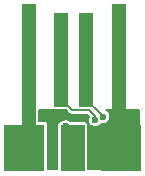
<source format=gtl>
G04 #@! TF.GenerationSoftware,KiCad,Pcbnew,5.1.4+dfsg1-1*
G04 #@! TF.CreationDate,2019-11-18T14:26:36+01:00*
G04 #@! TF.ProjectId,USB-LED-Otter,5553422d-4c45-4442-9d4f-747465722e6b,rev?*
G04 #@! TF.SameCoordinates,Original*
G04 #@! TF.FileFunction,Copper,L1,Top*
G04 #@! TF.FilePolarity,Positive*
%FSLAX46Y46*%
G04 Gerber Fmt 4.6, Leading zero omitted, Abs format (unit mm)*
G04 Created by KiCad (PCBNEW 5.1.4+dfsg1-1) date 2019-11-18 14:26:36*
%MOMM*%
%LPD*%
G04 APERTURE LIST*
%ADD10R,3.500000X4.000000*%
%ADD11R,2.000000X4.000000*%
%ADD12R,1.270000X8.000000*%
%ADD13R,1.270000X8.700000*%
%ADD14C,0.600000*%
%ADD15C,0.800000*%
%ADD16C,1.200000*%
%ADD17C,0.200000*%
G04 APERTURE END LIST*
D10*
X51900000Y-62800000D03*
X60100000Y-62800000D03*
D11*
X56000000Y-62800000D03*
D12*
X57167000Y-55300000D03*
X55033000Y-55300000D03*
D13*
X59950000Y-54950000D03*
X52290000Y-54950000D03*
D14*
X58530000Y-62720000D03*
X54225000Y-63700000D03*
X54250000Y-63050000D03*
D15*
X59975000Y-51300000D03*
D14*
X59090000Y-62610000D03*
X54145000Y-60130000D03*
X60210000Y-59100000D03*
X52825000Y-62700000D03*
X52125000Y-62500000D03*
X52375000Y-61750000D03*
X51525000Y-62025000D03*
X57900000Y-60429999D03*
X58603937Y-60140049D03*
X56525000Y-63575000D03*
X56525000Y-64300000D03*
X55750000Y-64325000D03*
X55441490Y-60963088D03*
D16*
X59950000Y-62650000D02*
X60100000Y-62800000D01*
X59950000Y-54950000D02*
X59950000Y-62650000D01*
D17*
X60210000Y-55210000D02*
X60210000Y-59100000D01*
X59950000Y-54950000D02*
X60210000Y-55210000D01*
X56880000Y-60130000D02*
X54145000Y-60130000D01*
X57400000Y-61590000D02*
X57400000Y-60850000D01*
X57400000Y-60850000D02*
X57300000Y-60750000D01*
X57300000Y-60550000D02*
X56880000Y-60130000D01*
X58530000Y-62720000D02*
X57400000Y-61590000D01*
X57300000Y-60750000D02*
X57300000Y-60550000D01*
D16*
X52290000Y-54950000D02*
X52290000Y-61019999D01*
D17*
X57900000Y-60050000D02*
X57900000Y-60429999D01*
X57410000Y-59560000D02*
X57900000Y-60050000D01*
X55928000Y-59560000D02*
X57410000Y-59560000D01*
X55033000Y-55300000D02*
X55033000Y-58665000D01*
X55033000Y-58665000D02*
X55928000Y-59560000D01*
X57167000Y-58665000D02*
X57167000Y-58703112D01*
X57167000Y-58703112D02*
X58303938Y-59840050D01*
X58303938Y-59840050D02*
X58603937Y-60140049D01*
G36*
X54398000Y-59601451D02*
G01*
X55403765Y-59601451D01*
X55631267Y-59828953D01*
X55643789Y-59844211D01*
X55659047Y-59856733D01*
X55659049Y-59856735D01*
X55676552Y-59871099D01*
X55704697Y-59894197D01*
X55774186Y-59931340D01*
X55849586Y-59954212D01*
X55908353Y-59960000D01*
X55908363Y-59960000D01*
X55927999Y-59961934D01*
X55947635Y-59960000D01*
X57244315Y-59960000D01*
X57393049Y-60108734D01*
X57368287Y-60145792D01*
X57323058Y-60254985D01*
X57300000Y-60370904D01*
X57300000Y-60489094D01*
X57323058Y-60605013D01*
X57368287Y-60714206D01*
X57433950Y-60812477D01*
X57517522Y-60896049D01*
X57615793Y-60961712D01*
X57724986Y-61006941D01*
X57840905Y-61029999D01*
X57959095Y-61029999D01*
X58075014Y-61006941D01*
X58184207Y-60961712D01*
X58282478Y-60896049D01*
X58366050Y-60812477D01*
X58429743Y-60717154D01*
X58544842Y-60740049D01*
X58663032Y-60740049D01*
X58778951Y-60716991D01*
X58888144Y-60671762D01*
X58986415Y-60606099D01*
X59069987Y-60522527D01*
X59135650Y-60424256D01*
X59180879Y-60315063D01*
X59203937Y-60199144D01*
X59203937Y-60080954D01*
X59180879Y-59965035D01*
X59135650Y-59855842D01*
X59069987Y-59757571D01*
X58986415Y-59673999D01*
X58888144Y-59608336D01*
X58868019Y-59600000D01*
X61600000Y-59600000D01*
X61600000Y-64600000D01*
X57301451Y-64600000D01*
X57301451Y-60800000D01*
X57295659Y-60741190D01*
X57278504Y-60684640D01*
X57250647Y-60632523D01*
X57213158Y-60586842D01*
X57167477Y-60549353D01*
X57115360Y-60521496D01*
X57058810Y-60504341D01*
X57000000Y-60498549D01*
X55825479Y-60498549D01*
X55823968Y-60497038D01*
X55725697Y-60431375D01*
X55616504Y-60386146D01*
X55500585Y-60363088D01*
X55382395Y-60363088D01*
X55266476Y-60386146D01*
X55157283Y-60431375D01*
X55059012Y-60497038D01*
X55057501Y-60498549D01*
X55000000Y-60498549D01*
X54941190Y-60504341D01*
X54884640Y-60521496D01*
X54832523Y-60549353D01*
X54786842Y-60586842D01*
X54749353Y-60632523D01*
X54721496Y-60684640D01*
X54704341Y-60741190D01*
X54698549Y-60800000D01*
X54698549Y-64600000D01*
X53951451Y-64600000D01*
X53951451Y-60800000D01*
X53945659Y-60741190D01*
X53928504Y-60684640D01*
X53900647Y-60632523D01*
X53863158Y-60586842D01*
X53817477Y-60549353D01*
X53765360Y-60521496D01*
X53708810Y-60504341D01*
X53650000Y-60498549D01*
X53190000Y-60498549D01*
X53190000Y-59600000D01*
X54383267Y-59600000D01*
X54398000Y-59601451D01*
X54398000Y-59601451D01*
G37*
X54398000Y-59601451D02*
X55403765Y-59601451D01*
X55631267Y-59828953D01*
X55643789Y-59844211D01*
X55659047Y-59856733D01*
X55659049Y-59856735D01*
X55676552Y-59871099D01*
X55704697Y-59894197D01*
X55774186Y-59931340D01*
X55849586Y-59954212D01*
X55908353Y-59960000D01*
X55908363Y-59960000D01*
X55927999Y-59961934D01*
X55947635Y-59960000D01*
X57244315Y-59960000D01*
X57393049Y-60108734D01*
X57368287Y-60145792D01*
X57323058Y-60254985D01*
X57300000Y-60370904D01*
X57300000Y-60489094D01*
X57323058Y-60605013D01*
X57368287Y-60714206D01*
X57433950Y-60812477D01*
X57517522Y-60896049D01*
X57615793Y-60961712D01*
X57724986Y-61006941D01*
X57840905Y-61029999D01*
X57959095Y-61029999D01*
X58075014Y-61006941D01*
X58184207Y-60961712D01*
X58282478Y-60896049D01*
X58366050Y-60812477D01*
X58429743Y-60717154D01*
X58544842Y-60740049D01*
X58663032Y-60740049D01*
X58778951Y-60716991D01*
X58888144Y-60671762D01*
X58986415Y-60606099D01*
X59069987Y-60522527D01*
X59135650Y-60424256D01*
X59180879Y-60315063D01*
X59203937Y-60199144D01*
X59203937Y-60080954D01*
X59180879Y-59965035D01*
X59135650Y-59855842D01*
X59069987Y-59757571D01*
X58986415Y-59673999D01*
X58888144Y-59608336D01*
X58868019Y-59600000D01*
X61600000Y-59600000D01*
X61600000Y-64600000D01*
X57301451Y-64600000D01*
X57301451Y-60800000D01*
X57295659Y-60741190D01*
X57278504Y-60684640D01*
X57250647Y-60632523D01*
X57213158Y-60586842D01*
X57167477Y-60549353D01*
X57115360Y-60521496D01*
X57058810Y-60504341D01*
X57000000Y-60498549D01*
X55825479Y-60498549D01*
X55823968Y-60497038D01*
X55725697Y-60431375D01*
X55616504Y-60386146D01*
X55500585Y-60363088D01*
X55382395Y-60363088D01*
X55266476Y-60386146D01*
X55157283Y-60431375D01*
X55059012Y-60497038D01*
X55057501Y-60498549D01*
X55000000Y-60498549D01*
X54941190Y-60504341D01*
X54884640Y-60521496D01*
X54832523Y-60549353D01*
X54786842Y-60586842D01*
X54749353Y-60632523D01*
X54721496Y-60684640D01*
X54704341Y-60741190D01*
X54698549Y-60800000D01*
X54698549Y-64600000D01*
X53951451Y-64600000D01*
X53951451Y-60800000D01*
X53945659Y-60741190D01*
X53928504Y-60684640D01*
X53900647Y-60632523D01*
X53863158Y-60586842D01*
X53817477Y-60549353D01*
X53765360Y-60521496D01*
X53708810Y-60504341D01*
X53650000Y-60498549D01*
X53190000Y-60498549D01*
X53190000Y-59600000D01*
X54383267Y-59600000D01*
X54398000Y-59601451D01*
M02*

</source>
